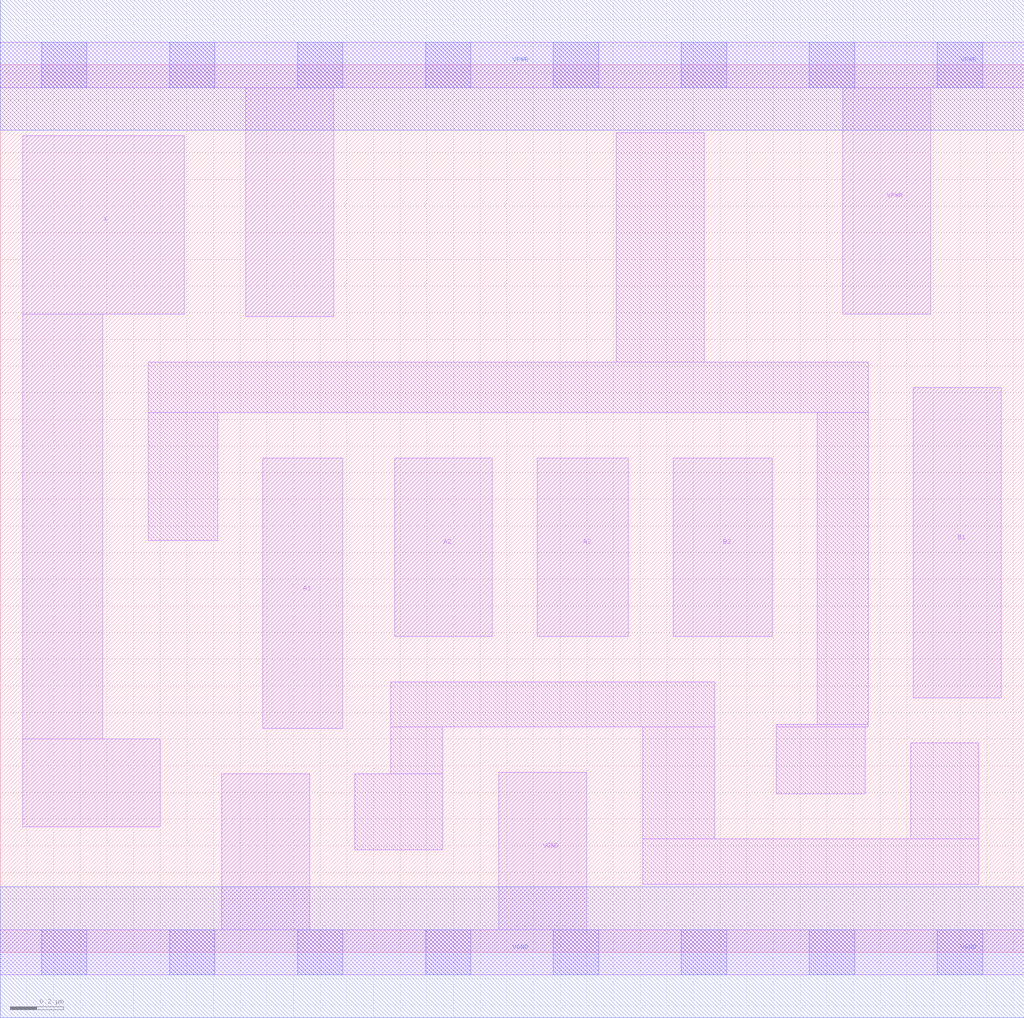
<source format=lef>
# Copyright 2020 The SkyWater PDK Authors
#
# Licensed under the Apache License, Version 2.0 (the "License");
# you may not use this file except in compliance with the License.
# You may obtain a copy of the License at
#
#     https://www.apache.org/licenses/LICENSE-2.0
#
# Unless required by applicable law or agreed to in writing, software
# distributed under the License is distributed on an "AS IS" BASIS,
# WITHOUT WARRANTIES OR CONDITIONS OF ANY KIND, either express or implied.
# See the License for the specific language governing permissions and
# limitations under the License.
#
# SPDX-License-Identifier: Apache-2.0

VERSION 5.7 ;
  NAMESCASESENSITIVE ON ;
  NOWIREEXTENSIONATPIN ON ;
  DIVIDERCHAR "/" ;
  BUSBITCHARS "[]" ;
UNITS
  DATABASE MICRONS 200 ;
END UNITS
MACRO sky130_fd_sc_lp__o32a_0
  CLASS CORE ;
  SOURCE USER ;
  FOREIGN sky130_fd_sc_lp__o32a_0 ;
  ORIGIN  0.000000  0.000000 ;
  SIZE  3.840000 BY  3.330000 ;
  SYMMETRY X Y R90 ;
  SITE unit ;
  PIN A1
    ANTENNAGATEAREA  0.159000 ;
    DIRECTION INPUT ;
    USE SIGNAL ;
    PORT
      LAYER li1 ;
        RECT 0.985000 0.840000 1.285000 1.855000 ;
    END
  END A1
  PIN A2
    ANTENNAGATEAREA  0.159000 ;
    DIRECTION INPUT ;
    USE SIGNAL ;
    PORT
      LAYER li1 ;
        RECT 1.480000 1.185000 1.845000 1.855000 ;
    END
  END A2
  PIN A3
    ANTENNAGATEAREA  0.159000 ;
    DIRECTION INPUT ;
    USE SIGNAL ;
    PORT
      LAYER li1 ;
        RECT 2.015000 1.185000 2.355000 1.855000 ;
    END
  END A3
  PIN B1
    ANTENNAGATEAREA  0.159000 ;
    DIRECTION INPUT ;
    USE SIGNAL ;
    PORT
      LAYER li1 ;
        RECT 3.425000 0.955000 3.755000 2.120000 ;
    END
  END B1
  PIN B2
    ANTENNAGATEAREA  0.159000 ;
    DIRECTION INPUT ;
    USE SIGNAL ;
    PORT
      LAYER li1 ;
        RECT 2.525000 1.185000 2.895000 1.855000 ;
    END
  END B2
  PIN X
    ANTENNADIFFAREA  0.280900 ;
    DIRECTION OUTPUT ;
    USE SIGNAL ;
    PORT
      LAYER li1 ;
        RECT 0.085000 0.470000 0.600000 0.800000 ;
        RECT 0.085000 0.800000 0.385000 2.395000 ;
        RECT 0.085000 2.395000 0.690000 3.065000 ;
    END
  END X
  PIN VGND
    DIRECTION INOUT ;
    USE GROUND ;
    PORT
      LAYER li1 ;
        RECT 0.000000 -0.085000 3.840000 0.085000 ;
        RECT 0.830000  0.085000 1.160000 0.670000 ;
        RECT 1.870000  0.085000 2.200000 0.675000 ;
      LAYER mcon ;
        RECT 0.155000 -0.085000 0.325000 0.085000 ;
        RECT 0.635000 -0.085000 0.805000 0.085000 ;
        RECT 1.115000 -0.085000 1.285000 0.085000 ;
        RECT 1.595000 -0.085000 1.765000 0.085000 ;
        RECT 2.075000 -0.085000 2.245000 0.085000 ;
        RECT 2.555000 -0.085000 2.725000 0.085000 ;
        RECT 3.035000 -0.085000 3.205000 0.085000 ;
        RECT 3.515000 -0.085000 3.685000 0.085000 ;
      LAYER met1 ;
        RECT 0.000000 -0.245000 3.840000 0.245000 ;
    END
  END VGND
  PIN VPWR
    DIRECTION INOUT ;
    USE POWER ;
    PORT
      LAYER li1 ;
        RECT 0.000000 3.245000 3.840000 3.415000 ;
        RECT 0.920000 2.385000 1.250000 3.245000 ;
        RECT 3.160000 2.395000 3.490000 3.245000 ;
      LAYER mcon ;
        RECT 0.155000 3.245000 0.325000 3.415000 ;
        RECT 0.635000 3.245000 0.805000 3.415000 ;
        RECT 1.115000 3.245000 1.285000 3.415000 ;
        RECT 1.595000 3.245000 1.765000 3.415000 ;
        RECT 2.075000 3.245000 2.245000 3.415000 ;
        RECT 2.555000 3.245000 2.725000 3.415000 ;
        RECT 3.035000 3.245000 3.205000 3.415000 ;
        RECT 3.515000 3.245000 3.685000 3.415000 ;
      LAYER met1 ;
        RECT 0.000000 3.085000 3.840000 3.575000 ;
    END
  END VPWR
  OBS
    LAYER li1 ;
      RECT 0.555000 1.545000 0.815000 2.025000 ;
      RECT 0.555000 2.025000 3.255000 2.215000 ;
      RECT 1.330000 0.385000 1.660000 0.670000 ;
      RECT 1.465000 0.670000 1.660000 0.845000 ;
      RECT 1.465000 0.845000 2.680000 1.015000 ;
      RECT 2.310000 2.215000 2.640000 3.075000 ;
      RECT 2.410000 0.255000 3.670000 0.425000 ;
      RECT 2.410000 0.425000 2.680000 0.845000 ;
      RECT 2.910000 0.595000 3.245000 0.845000 ;
      RECT 2.910000 0.845000 3.255000 0.855000 ;
      RECT 3.065000 0.855000 3.255000 2.025000 ;
      RECT 3.415000 0.425000 3.670000 0.785000 ;
  END
END sky130_fd_sc_lp__o32a_0

</source>
